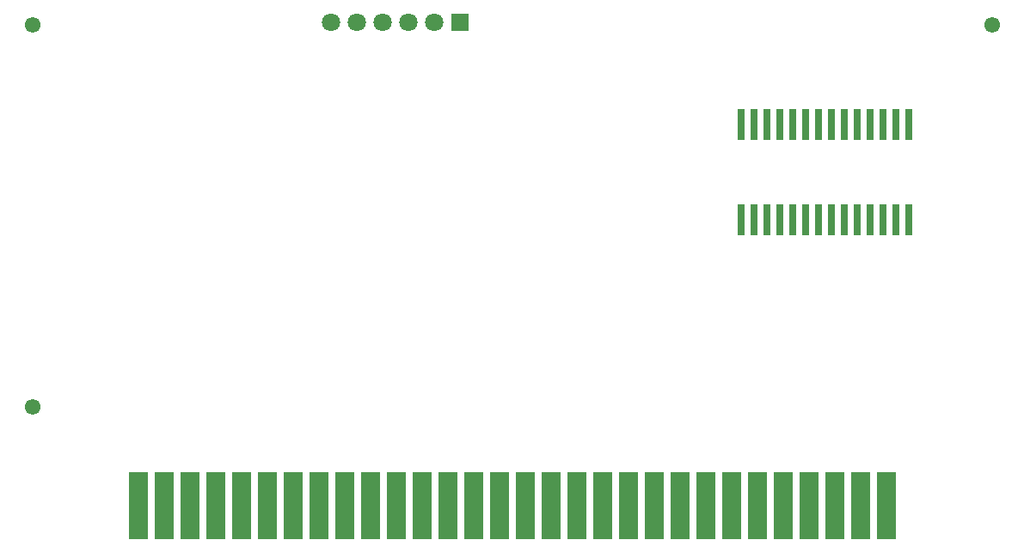
<source format=gbr>
G04 DipTrace 4.0.0.4*
G04 BottomMask.gbr*
%MOIN*%
G04 #@! TF.FileFunction,Soldermask,Bot*
G04 #@! TF.Part,Single*
%ADD22C,0.045354*%
%ADD23C,0.061102*%
%ADD43R,0.027559X0.122047*%
%ADD59C,0.070866*%
%ADD63R,0.070866X0.070866*%
%ADD65R,0.074803X0.259843*%
%FSLAX26Y26*%
G04*
G70*
G90*
G75*
G01*
G04 BotMask*
%LPD*%
D23*
X499951Y2415577D3*
D3*
D22*
D3*
D23*
X4221825D3*
D3*
D22*
D3*
D23*
X499950Y931201D3*
D3*
D22*
D3*
D65*
X912450Y549951D3*
X1012450D3*
X1112450D3*
X1212450D3*
X1312450D3*
X1412450D3*
X1512450D3*
X1612450D3*
X1712450D3*
X1812450D3*
X1912450D3*
X2012450D3*
X2112450D3*
X2212450D3*
X2312450D3*
X2412450D3*
X2512450D3*
X2612450D3*
X2712450D3*
X2812450D3*
X2912450D3*
X3012450D3*
X3112450D3*
X3212450D3*
X3312450D3*
X3412450D3*
X3512450D3*
X3612450D3*
X3712450D3*
X3812450D3*
D63*
X2159325Y2424950D3*
D59*
X2059325D3*
X1959325D3*
X1859325D3*
X1759325D3*
X1659325D3*
D43*
X3896825Y1658661D3*
X3846825D3*
X3796825D3*
X3746825D3*
X3696825D3*
X3646825D3*
X3596825D3*
X3546825D3*
X3496825D3*
X3446825D3*
X3396825D3*
X3346825D3*
X3296825D3*
X3246825D3*
Y2028740D3*
X3296825D3*
X3346825D3*
X3396825D3*
X3446825D3*
X3496825D3*
X3546825D3*
X3596825D3*
X3646825D3*
X3696825D3*
X3746825D3*
X3796825D3*
X3846825D3*
X3896825D3*
M02*

</source>
